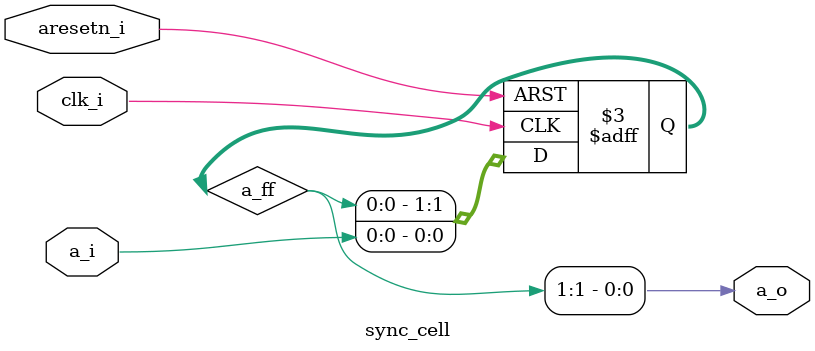
<source format=sv>
module sync_cell (
  input  logic clk_i    ,
  input  logic aresetn_i,
  input  logic a_i      ,
  output logic a_o
);

  logic [1:0] a_ff;

  always_ff @(posedge clk_i or negedge aresetn_i)
    if (~aresetn_i)
      a_ff <= 2'b00;
    else begin
      a_ff[0] <= a_i;
      a_ff[1] <= a_ff[0];
    end

  assign a_o = a_ff[1];
  
endmodule
</source>
